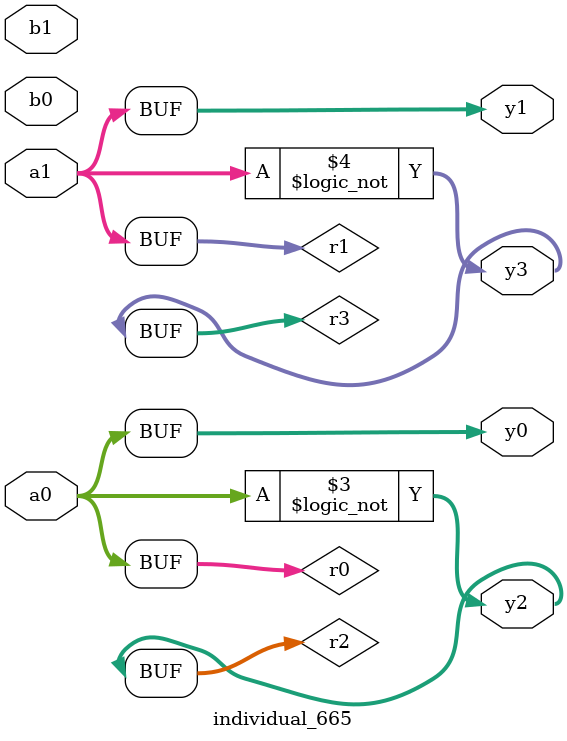
<source format=sv>
module individual_665(input logic [15:0] a1, input logic [15:0] a0, input logic [15:0] b1, input logic [15:0] b0, output logic [15:0] y3, output logic [15:0] y2, output logic [15:0] y1, output logic [15:0] y0);
logic [15:0] r0, r1, r2, r3; 
 always@(*) begin 
	 r0 = a0; r1 = a1; r2 = b0; r3 = b1; 
 	 r3  &=  r3 ;
 	 r2 = ! a0 ;
 	 r3 = ! r1 ;
 	 y3 = r3; y2 = r2; y1 = r1; y0 = r0; 
end
endmodule
</source>
